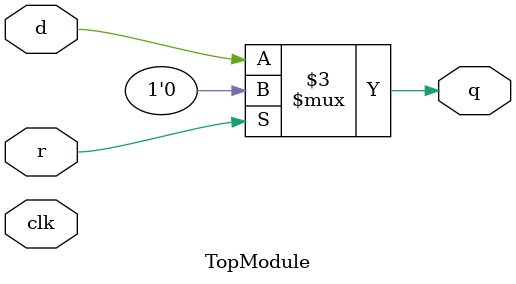
<source format=sv>
module TopModule (
    input logic clk,  // Clock input
    input logic d,    // Data input
    input logic r,    // Synchronous reset input
    output logic q    // Output
);
    always @(*) begin
        if (r) begin
            q <= 1'b0;  // Reset output to 0
        end else begin
            q <= d;     // Sample data input on rising edge
        end
    end
endmodule

// VERILOG-EVAL: response did not use [BEGIN]/[DONE] correctly
</source>
